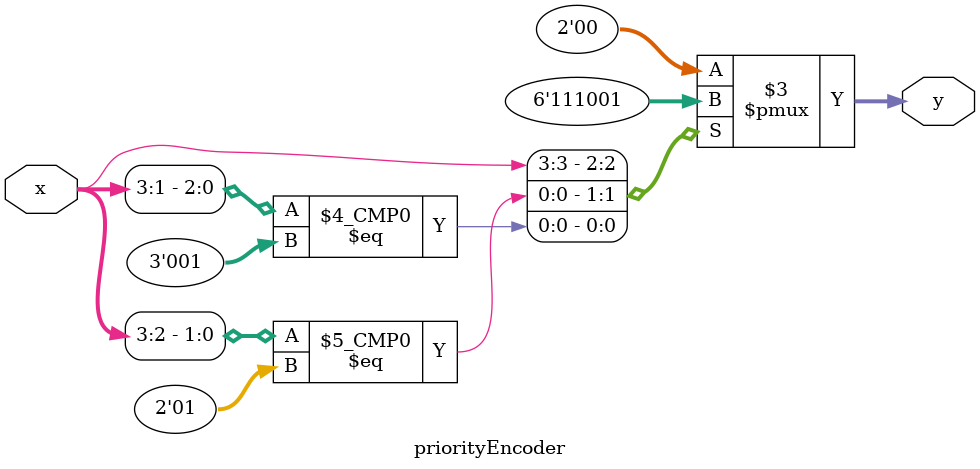
<source format=v>
/*
? Should seperate the inputs and output to x0, x1, x2, x3 and y0, y1
? and concatenate them in casex
*/

module priorityEncoder(x, y);

    input [3:0] x;
    output reg [1:0] y;

    always @(x) begin
        casex(x)

            4'b1XXX:    y = 2'b11;
            4'b1XX:     y = 2'b10;
            4'b1X:      y = 2'b01;
            default:    y = 2'b00;

        endcase
    end

endmodule
</source>
